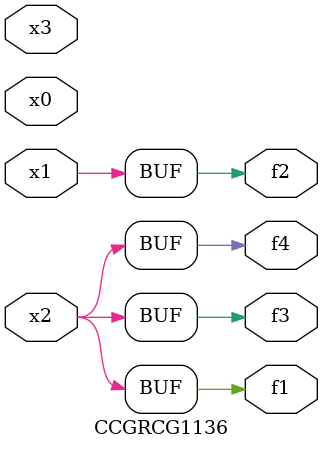
<source format=v>
module CCGRCG1136(
	input x0, x1, x2, x3,
	output f1, f2, f3, f4
);
	assign f1 = x2;
	assign f2 = x1;
	assign f3 = x2;
	assign f4 = x2;
endmodule

</source>
